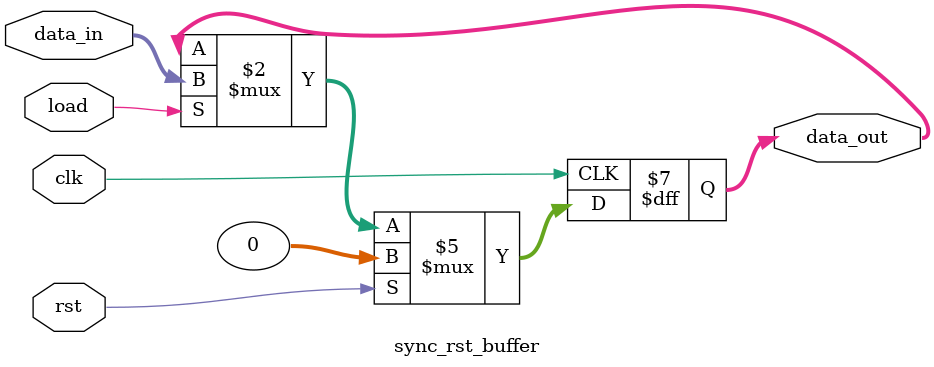
<source format=sv>
module sync_rst_buffer (
    input wire clk,
    input wire rst,
    input wire [31:0] data_in,
    input wire load,
    output reg [31:0] data_out
);
    always @(posedge clk) begin
        if (rst)
            data_out <= 32'b0;
        else if (load)
            data_out <= data_in;
    end
endmodule
</source>
